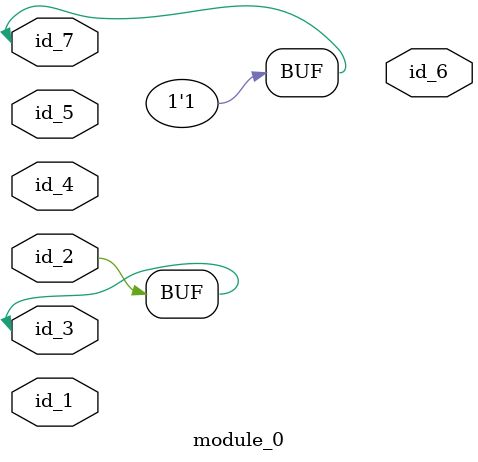
<source format=v>
module module_0 (
    id_1,
    id_2,
    id_3,
    id_4,
    id_5,
    id_6,
    id_7
);
  inout id_7;
  output id_6;
  inout id_5;
  input id_4;
  inout id_3;
  input id_2;
  inout id_1;
  wor id_7;
  assign id_3 = id_2;
  assign id_7[""] = 1;
endmodule

</source>
